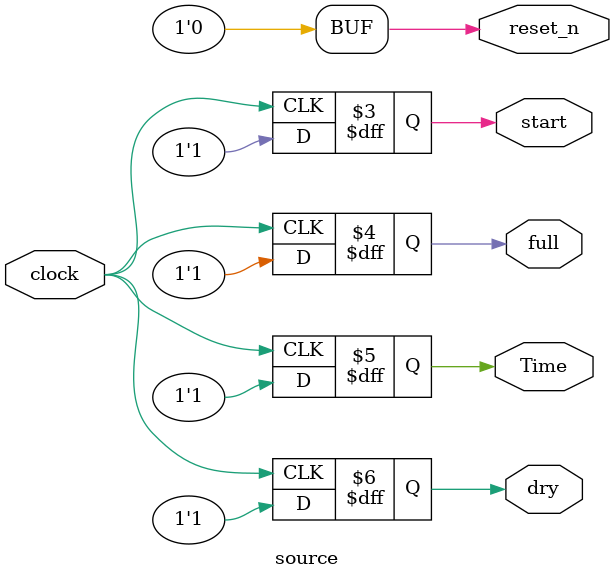
<source format=v>
module source(clock,reset_n,start,Time,full,dry);
	input clock;
	output reg reset_n, start, full, Time, dry;
	
	initial
	begin
		reset_n <= 0; start <= 0; Time <= 0; full <= 0; dry <= 0; 
	end
	
	always @ (posedge clock)
	begin
		start <= 1;	
		#100;
		Time <= 1;
		#100;
		full <= 1;
		#100;
		dry <= 1;
		#100;
	end
endmodule

</source>
